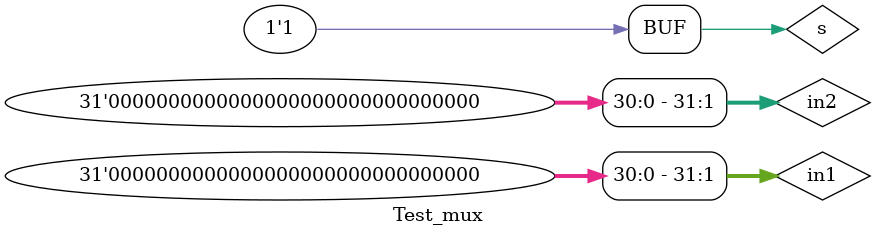
<source format=v>
`timescale 1ns / 1ps


module Test_mux;

	// Inputs
	reg [31:0] in1;
	reg [31:0] in2;
	reg s;

	// Outputs
	wire [31:0] out;

	// Instantiate the Unit Under Test (UUT)
	mux mux_ins (
		.in1(in1), 
		.in2(in2), 
		.s(s), 
		.out(out)
	);

	initial begin
		// Initialize Inputs
		in1 = 0;
		in2 = 0;
		s = 0;

		// Wait 100 ns for global reset to finish
		//#100;
        
		// Add stimulus here
		
		#30
		s = 0;
		in1 = $random;
		in2 = $random;
		
		#50
		s = 1;
		in1 = $random;
		in2 = $random;

	end
      
endmodule


</source>
